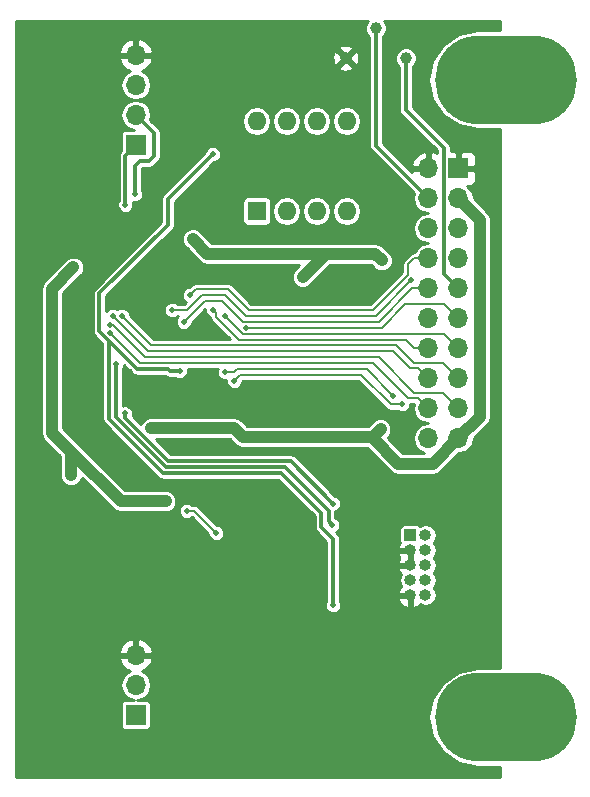
<source format=gbl>
G04 #@! TF.FileFunction,Copper,L2,Bot,Signal*
%FSLAX46Y46*%
G04 Gerber Fmt 4.6, Leading zero omitted, Abs format (unit mm)*
G04 Created by KiCad (PCBNEW 4.0.7) date Saturday, May 19, 2018 'PMt' 08:52:02 PM*
%MOMM*%
%LPD*%
G01*
G04 APERTURE LIST*
%ADD10C,0.100000*%
%ADD11C,1.000000*%
%ADD12O,12.000000X7.500000*%
%ADD13R,1.700000X1.700000*%
%ADD14O,1.700000X1.700000*%
%ADD15C,0.400000*%
%ADD16R,1.000000X1.000000*%
%ADD17O,1.000000X1.000000*%
%ADD18R,1.600000X1.600000*%
%ADD19O,1.600000X1.600000*%
%ADD20C,0.500000*%
%ADD21C,1.000000*%
%ADD22C,0.200000*%
%ADD23C,0.300000*%
%ADD24C,0.254000*%
G04 APERTURE END LIST*
D10*
D11*
X240400000Y-91600000D03*
X237800000Y-58900000D03*
X236200000Y-62800000D03*
X234400000Y-94600000D03*
X228200000Y-83600000D03*
X235600000Y-81000000D03*
X263800000Y-90600000D03*
X256400000Y-90200000D03*
X253600000Y-94400000D03*
X248400000Y-92400000D03*
X233000000Y-85400000D03*
X245000000Y-88600000D03*
X240800000Y-88600000D03*
X241800000Y-77000000D03*
X255200000Y-73800000D03*
X242800000Y-69000000D03*
D12*
X265000000Y-114500000D03*
D13*
X261000000Y-68000000D03*
D14*
X258460000Y-68000000D03*
X261000000Y-70540000D03*
X258460000Y-70540000D03*
X261000000Y-73080000D03*
X258460000Y-73080000D03*
X261000000Y-75620000D03*
X258460000Y-75620000D03*
X261000000Y-78160000D03*
X258460000Y-78160000D03*
X261000000Y-80700000D03*
X258460000Y-80700000D03*
X261000000Y-83240000D03*
X258460000Y-83240000D03*
X261000000Y-85780000D03*
X258460000Y-85780000D03*
X261000000Y-88320000D03*
X258460000Y-88320000D03*
X261000000Y-90860000D03*
X258460000Y-90860000D03*
D13*
X233680000Y-114300000D03*
D14*
X233680000Y-111760000D03*
X233680000Y-109220000D03*
D11*
X254000000Y-56134000D03*
X251460000Y-58674000D03*
X256540000Y-58674000D03*
D15*
X238750000Y-61250000D03*
X238750000Y-62200000D03*
X238750000Y-60300000D03*
D16*
X256930000Y-99060000D03*
D17*
X258200000Y-99060000D03*
X256930000Y-100330000D03*
X258200000Y-100330000D03*
X256930000Y-101600000D03*
X258200000Y-101600000D03*
X256930000Y-102870000D03*
X258200000Y-102870000D03*
X256930000Y-104140000D03*
X258200000Y-104140000D03*
D13*
X233680000Y-66040000D03*
D14*
X233680000Y-63500000D03*
X233680000Y-60960000D03*
X233680000Y-58420000D03*
D18*
X243920000Y-71620000D03*
D19*
X251540000Y-64000000D03*
X246460000Y-71620000D03*
X249000000Y-64000000D03*
X249000000Y-71620000D03*
X246460000Y-64000000D03*
X251540000Y-71620000D03*
X243920000Y-64000000D03*
D12*
X265000000Y-60500000D03*
D11*
X228200000Y-94000000D03*
D20*
X238000000Y-97000000D03*
D11*
X236200000Y-96200000D03*
X228400000Y-76400000D03*
D20*
X240500000Y-98900000D03*
X242000000Y-86000000D03*
X256250000Y-88000000D03*
X241250000Y-85250000D03*
X255500000Y-87250000D03*
X237750000Y-81000000D03*
X243000000Y-81500010D03*
X257000000Y-77500000D03*
X236750000Y-80000000D03*
X241250000Y-80500000D03*
X240250000Y-80000000D03*
X232500000Y-80500000D03*
X231750000Y-80500000D03*
X231500000Y-81250000D03*
X231538916Y-81961084D03*
D11*
X254400000Y-90100000D03*
X254500000Y-75800000D03*
X238500000Y-74000000D03*
X247800000Y-77200000D03*
X235000000Y-90000000D03*
X242750000Y-90750000D03*
D20*
X250400000Y-96400000D03*
X232750000Y-88750000D03*
X250311902Y-98200000D03*
X232000000Y-84600000D03*
X233600000Y-70200000D03*
X232800000Y-71100000D03*
X238250000Y-78750000D03*
X240200000Y-66800000D03*
X250400000Y-105000000D03*
X237400000Y-85200000D03*
D21*
X228200000Y-92000000D02*
X232400000Y-96200000D01*
X226600000Y-90400000D02*
X228200000Y-92000000D01*
X228200000Y-92000000D02*
X228200000Y-94000000D01*
D22*
X238000000Y-97000000D02*
X238600000Y-97000000D01*
X238600000Y-97000000D02*
X240500000Y-98900000D01*
D21*
X232400000Y-96200000D02*
X236200000Y-96200000D01*
X226600000Y-78200000D02*
X226600000Y-90400000D01*
X228400000Y-76400000D02*
X226600000Y-78200000D01*
D23*
X254000000Y-66080000D02*
X258460000Y-70540000D01*
X254000000Y-56134000D02*
X254000000Y-66080000D01*
D22*
X242000000Y-86000000D02*
X242500000Y-85500000D01*
X255250000Y-88000000D02*
X256250000Y-88000000D01*
X242500000Y-85500000D02*
X252750000Y-85500000D01*
X252750000Y-85500000D02*
X255250000Y-88000000D01*
X253250000Y-85000000D02*
X255500000Y-87250000D01*
X242250000Y-85000000D02*
X253250000Y-85000000D01*
X241250000Y-85250000D02*
X242000000Y-85250000D01*
X242000000Y-85250000D02*
X242250000Y-85000000D01*
X237750000Y-81000000D02*
X239500000Y-79250000D01*
X239500000Y-79250000D02*
X241000000Y-79250000D01*
X241000000Y-79250000D02*
X242750000Y-81000000D01*
X242750000Y-81000000D02*
X254250000Y-81000000D01*
X254250000Y-81000000D02*
X257090000Y-78160000D01*
X257090000Y-78160000D02*
X258460000Y-78160000D01*
X243000000Y-81500010D02*
X254499990Y-81500010D01*
X256500000Y-79500000D02*
X254499990Y-81500010D01*
X259800000Y-79500000D02*
X256500000Y-79500000D01*
X261000000Y-80700000D02*
X259800000Y-79500000D01*
X243000000Y-80500000D02*
X254000000Y-80500000D01*
X236750000Y-80000000D02*
X238000000Y-80000000D01*
X238000000Y-80000000D02*
X239250000Y-78750000D01*
X239250000Y-78750000D02*
X241250000Y-78750000D01*
X241250000Y-78750000D02*
X243000000Y-80500000D01*
X254000000Y-80500000D02*
X257000000Y-77500000D01*
X242750011Y-82000011D02*
X259759989Y-82000011D01*
X259759989Y-82000011D02*
X259760000Y-82000000D01*
X241250000Y-80500000D02*
X242750011Y-82000011D01*
X261000000Y-83240000D02*
X259760000Y-82000000D01*
X240250000Y-80000000D02*
X240500000Y-80250000D01*
X240500000Y-80250000D02*
X240500000Y-80603553D01*
X240500000Y-80603553D02*
X242396447Y-82500000D01*
X242396447Y-82500000D02*
X256517919Y-82500000D01*
X257257919Y-83240000D02*
X258460000Y-83240000D01*
X256517919Y-82500000D02*
X257257919Y-83240000D01*
X232500000Y-80500000D02*
X235000000Y-83000000D01*
X235000000Y-83000000D02*
X255750000Y-83000000D01*
X255750000Y-83000000D02*
X257250000Y-84500000D01*
X257250000Y-84500000D02*
X259720000Y-84500000D01*
X259720000Y-84500000D02*
X261000000Y-85780000D01*
X231750000Y-80500000D02*
X234750000Y-83500000D01*
X234750000Y-83500000D02*
X255500000Y-83500000D01*
X255500000Y-83500000D02*
X256930001Y-84930001D01*
X256930001Y-84930001D02*
X257610001Y-84930001D01*
X257610001Y-84930001D02*
X258460000Y-85780000D01*
X231500000Y-81250000D02*
X231750000Y-81250000D01*
X231750000Y-81250000D02*
X234500000Y-84000000D01*
X234500000Y-84000000D02*
X254250000Y-84000000D01*
X254250000Y-84000000D02*
X257250000Y-87000000D01*
X257250000Y-87000000D02*
X259680000Y-87000000D01*
X259680000Y-87000000D02*
X261000000Y-88320000D01*
X257610001Y-87470001D02*
X256720001Y-87470001D01*
X234077832Y-84500000D02*
X231538916Y-81961084D01*
X253750000Y-84500000D02*
X234077832Y-84500000D01*
X256720001Y-87470001D02*
X253750000Y-84500000D01*
X258460000Y-88320000D02*
X257610001Y-87470001D01*
D23*
X259750000Y-66250000D02*
X256540000Y-63040000D01*
X256540000Y-63040000D02*
X256540000Y-58674000D01*
X259750000Y-66250000D02*
X259750000Y-76910000D01*
X259750000Y-76910000D02*
X261000000Y-78160000D01*
D21*
X247800000Y-77200000D02*
X249750000Y-75250000D01*
X249750000Y-75250000D02*
X250000000Y-75250000D01*
X235000000Y-90000000D02*
X242000000Y-90000000D01*
X242000000Y-90000000D02*
X242750000Y-90750000D01*
X262800000Y-72340000D02*
X261000000Y-70540000D01*
X261000000Y-90860000D02*
X262800000Y-89060000D01*
X262800000Y-72340000D02*
X262800000Y-89060000D01*
X253200000Y-90750000D02*
X253650000Y-90750000D01*
X253650000Y-90750000D02*
X255900000Y-93000000D01*
X255900000Y-93000000D02*
X258860000Y-93000000D01*
X258860000Y-93000000D02*
X261000000Y-90860000D01*
X253200000Y-90750000D02*
X253750000Y-90750000D01*
X242750000Y-90750000D02*
X253200000Y-90750000D01*
X253750000Y-90750000D02*
X254400000Y-90100000D01*
X250000000Y-75250000D02*
X253950000Y-75250000D01*
X253950000Y-75250000D02*
X254500000Y-75800000D01*
X250000000Y-75250000D02*
X239750000Y-75250000D01*
X239750000Y-75250000D02*
X238500000Y-74000000D01*
D23*
X246800000Y-92800000D02*
X250400000Y-96400000D01*
X236446447Y-92800000D02*
X246800000Y-92800000D01*
X232750000Y-89103553D02*
X236446447Y-92800000D01*
X232750000Y-88750000D02*
X232750000Y-89103553D01*
X232000000Y-84600000D02*
X232000000Y-89100000D01*
X232000000Y-89100000D02*
X236200000Y-93300000D01*
X236200000Y-93300000D02*
X246300000Y-93300000D01*
X246300000Y-93300000D02*
X250000000Y-97000000D01*
X250000000Y-97000000D02*
X250000000Y-97888098D01*
X250000000Y-97888098D02*
X250311902Y-98200000D01*
X233680000Y-63500000D02*
X235200000Y-65020000D01*
X235200000Y-65020000D02*
X235200000Y-67000000D01*
X235200000Y-67000000D02*
X234800000Y-67400000D01*
X234800000Y-67400000D02*
X234000000Y-67400000D01*
X234000000Y-67400000D02*
X233600000Y-67800000D01*
X233600000Y-67800000D02*
X233600000Y-70200000D01*
X232800000Y-71100000D02*
X232800000Y-66920000D01*
X232800000Y-66920000D02*
X233680000Y-66040000D01*
D22*
X243250000Y-80000000D02*
X253750000Y-80000000D01*
X238250000Y-78750000D02*
X238750000Y-78250000D01*
X238750000Y-78250000D02*
X241500000Y-78250000D01*
X241500000Y-78250000D02*
X243250000Y-80000000D01*
X253750000Y-80000000D02*
X256750000Y-77000000D01*
X256750000Y-77000000D02*
X256750000Y-76127919D01*
X256750000Y-76127919D02*
X257257919Y-75620000D01*
X257257919Y-75620000D02*
X258460000Y-75620000D01*
D23*
X237400000Y-85200000D02*
X236600000Y-85200000D01*
X236600000Y-85200000D02*
X236400000Y-85000000D01*
X236400000Y-85000000D02*
X233800000Y-85000000D01*
X232599999Y-83800000D02*
X231199999Y-82400000D01*
X233800000Y-85000000D02*
X232599999Y-83800000D01*
X231199999Y-82400000D02*
X230599999Y-81800000D01*
X231400000Y-89200000D02*
X231400000Y-82600001D01*
X231400000Y-82600001D02*
X231199999Y-82400000D01*
X230599999Y-81800000D02*
X230599999Y-78600001D01*
X236400000Y-70600000D02*
X240200000Y-66800000D01*
X230599999Y-78600001D02*
X236400000Y-72800000D01*
X236400000Y-72800000D02*
X236400000Y-70600000D01*
X250400000Y-99400000D02*
X250400000Y-105000000D01*
X249400000Y-97200000D02*
X249400000Y-98400000D01*
X249400000Y-98400000D02*
X250400000Y-99400000D01*
X236000000Y-93800000D02*
X246000000Y-93800000D01*
X231400000Y-89200000D02*
X236000000Y-93800000D01*
X246000000Y-93800000D02*
X249400000Y-97200000D01*
D24*
G36*
X253214586Y-55608211D02*
X253073161Y-55948799D01*
X253072839Y-56317583D01*
X253213669Y-56658417D01*
X253423000Y-56868114D01*
X253423000Y-66079995D01*
X253422999Y-66080000D01*
X253466922Y-66300808D01*
X253591999Y-66488001D01*
X257238617Y-70134619D01*
X257157982Y-70540000D01*
X257255188Y-71028687D01*
X257532007Y-71442975D01*
X257946295Y-71719794D01*
X258399791Y-71810000D01*
X257946295Y-71900206D01*
X257532007Y-72177025D01*
X257255188Y-72591313D01*
X257157982Y-73080000D01*
X257255188Y-73568687D01*
X257532007Y-73982975D01*
X257946295Y-74259794D01*
X258399791Y-74350000D01*
X257946295Y-74440206D01*
X257532007Y-74717025D01*
X257280788Y-75093000D01*
X257257919Y-75093000D01*
X257056244Y-75133115D01*
X256885274Y-75247355D01*
X256377355Y-75755274D01*
X256263115Y-75926244D01*
X256263115Y-75926245D01*
X256223000Y-76127919D01*
X256223000Y-76781710D01*
X253531710Y-79473000D01*
X243468290Y-79473000D01*
X241872645Y-77877355D01*
X241701675Y-77763115D01*
X241500000Y-77723000D01*
X238750000Y-77723000D01*
X238548326Y-77763115D01*
X238377355Y-77877355D01*
X238181770Y-78072940D01*
X238115927Y-78072883D01*
X237867011Y-78175733D01*
X237676402Y-78366010D01*
X237573118Y-78614746D01*
X237572883Y-78884073D01*
X237675733Y-79132989D01*
X237866010Y-79323598D01*
X237912011Y-79342699D01*
X237781710Y-79473000D01*
X237180507Y-79473000D01*
X237133990Y-79426402D01*
X236885254Y-79323118D01*
X236615927Y-79322883D01*
X236367011Y-79425733D01*
X236176402Y-79616010D01*
X236073118Y-79864746D01*
X236072883Y-80134073D01*
X236175733Y-80382989D01*
X236366010Y-80573598D01*
X236614746Y-80676882D01*
X236884073Y-80677117D01*
X237132989Y-80574267D01*
X237180338Y-80527000D01*
X237265567Y-80527000D01*
X237176402Y-80616010D01*
X237073118Y-80864746D01*
X237072883Y-81134073D01*
X237175733Y-81382989D01*
X237366010Y-81573598D01*
X237614746Y-81676882D01*
X237884073Y-81677117D01*
X238132989Y-81574267D01*
X238323598Y-81383990D01*
X238426882Y-81135254D01*
X238426940Y-81068350D01*
X239573068Y-79922222D01*
X239572883Y-80134073D01*
X239675733Y-80382989D01*
X239866010Y-80573598D01*
X239976138Y-80619327D01*
X240013115Y-80805228D01*
X240127355Y-80976198D01*
X241624157Y-82473000D01*
X235218290Y-82473000D01*
X233177060Y-80431770D01*
X233177117Y-80365927D01*
X233074267Y-80117011D01*
X232883990Y-79926402D01*
X232635254Y-79823118D01*
X232365927Y-79822883D01*
X232124714Y-79922550D01*
X231885254Y-79823118D01*
X231615927Y-79822883D01*
X231367011Y-79925733D01*
X231176999Y-80115414D01*
X231176999Y-78839003D01*
X235832419Y-74183583D01*
X237572839Y-74183583D01*
X237713669Y-74524417D01*
X237974211Y-74785414D01*
X237974599Y-74785575D01*
X239094512Y-75905488D01*
X239395252Y-76106436D01*
X239750000Y-76177000D01*
X247512024Y-76177000D01*
X247144798Y-76544226D01*
X247014586Y-76674211D01*
X246873161Y-77014799D01*
X246872839Y-77383583D01*
X247013669Y-77724417D01*
X247274211Y-77985414D01*
X247614799Y-78126839D01*
X247983583Y-78127161D01*
X248324417Y-77986331D01*
X248585414Y-77725789D01*
X248585575Y-77725401D01*
X250133976Y-76177000D01*
X253566024Y-76177000D01*
X253844226Y-76455202D01*
X253974211Y-76585414D01*
X254314799Y-76726839D01*
X254683583Y-76727161D01*
X255024417Y-76586331D01*
X255285414Y-76325789D01*
X255426839Y-75985201D01*
X255427161Y-75616417D01*
X255286331Y-75275583D01*
X255025789Y-75014586D01*
X255025401Y-75014425D01*
X254605488Y-74594512D01*
X254304748Y-74393564D01*
X253950000Y-74323000D01*
X240133976Y-74323000D01*
X239155488Y-73344512D01*
X239025789Y-73214586D01*
X238685201Y-73073161D01*
X238316417Y-73072839D01*
X237975583Y-73213669D01*
X237714586Y-73474211D01*
X237573161Y-73814799D01*
X237572839Y-74183583D01*
X235832419Y-74183583D01*
X236808001Y-73208001D01*
X236933078Y-73020808D01*
X236977000Y-72800000D01*
X236977000Y-70839002D01*
X236996001Y-70820000D01*
X242684635Y-70820000D01*
X242684635Y-72420000D01*
X242714409Y-72578237D01*
X242807927Y-72723567D01*
X242950619Y-72821064D01*
X243120000Y-72855365D01*
X244720000Y-72855365D01*
X244878237Y-72825591D01*
X245023567Y-72732073D01*
X245121064Y-72589381D01*
X245155365Y-72420000D01*
X245155365Y-71595962D01*
X245233000Y-71595962D01*
X245233000Y-71644038D01*
X245326400Y-72113591D01*
X245592380Y-72511658D01*
X245990447Y-72777638D01*
X246460000Y-72871038D01*
X246929553Y-72777638D01*
X247327620Y-72511658D01*
X247593600Y-72113591D01*
X247687000Y-71644038D01*
X247687000Y-71595962D01*
X247773000Y-71595962D01*
X247773000Y-71644038D01*
X247866400Y-72113591D01*
X248132380Y-72511658D01*
X248530447Y-72777638D01*
X249000000Y-72871038D01*
X249469553Y-72777638D01*
X249867620Y-72511658D01*
X250133600Y-72113591D01*
X250227000Y-71644038D01*
X250227000Y-71595962D01*
X250313000Y-71595962D01*
X250313000Y-71644038D01*
X250406400Y-72113591D01*
X250672380Y-72511658D01*
X251070447Y-72777638D01*
X251540000Y-72871038D01*
X252009553Y-72777638D01*
X252407620Y-72511658D01*
X252673600Y-72113591D01*
X252767000Y-71644038D01*
X252767000Y-71595962D01*
X252673600Y-71126409D01*
X252407620Y-70728342D01*
X252009553Y-70462362D01*
X251540000Y-70368962D01*
X251070447Y-70462362D01*
X250672380Y-70728342D01*
X250406400Y-71126409D01*
X250313000Y-71595962D01*
X250227000Y-71595962D01*
X250133600Y-71126409D01*
X249867620Y-70728342D01*
X249469553Y-70462362D01*
X249000000Y-70368962D01*
X248530447Y-70462362D01*
X248132380Y-70728342D01*
X247866400Y-71126409D01*
X247773000Y-71595962D01*
X247687000Y-71595962D01*
X247593600Y-71126409D01*
X247327620Y-70728342D01*
X246929553Y-70462362D01*
X246460000Y-70368962D01*
X245990447Y-70462362D01*
X245592380Y-70728342D01*
X245326400Y-71126409D01*
X245233000Y-71595962D01*
X245155365Y-71595962D01*
X245155365Y-70820000D01*
X245125591Y-70661763D01*
X245032073Y-70516433D01*
X244889381Y-70418936D01*
X244720000Y-70384635D01*
X243120000Y-70384635D01*
X242961763Y-70414409D01*
X242816433Y-70507927D01*
X242718936Y-70650619D01*
X242684635Y-70820000D01*
X236996001Y-70820000D01*
X240342272Y-67473729D01*
X240582989Y-67374267D01*
X240773598Y-67183990D01*
X240876882Y-66935254D01*
X240877117Y-66665927D01*
X240774267Y-66417011D01*
X240583990Y-66226402D01*
X240335254Y-66123118D01*
X240065927Y-66122883D01*
X239817011Y-66225733D01*
X239626402Y-66416010D01*
X239525863Y-66658136D01*
X235991999Y-70191999D01*
X235866922Y-70379192D01*
X235822999Y-70600000D01*
X235823000Y-70600005D01*
X235823000Y-72560998D01*
X230191998Y-78192000D01*
X230066921Y-78379193D01*
X230022998Y-78600001D01*
X230022999Y-78600006D01*
X230022999Y-81799995D01*
X230022998Y-81800000D01*
X230066921Y-82020808D01*
X230191998Y-82208001D01*
X230823000Y-82839003D01*
X230823000Y-89199995D01*
X230822999Y-89200000D01*
X230866922Y-89420808D01*
X230991999Y-89608001D01*
X235591997Y-94207998D01*
X235591999Y-94208001D01*
X235704213Y-94282979D01*
X235779191Y-94333078D01*
X236000000Y-94377000D01*
X245760998Y-94377000D01*
X248823000Y-97439002D01*
X248823000Y-98399995D01*
X248822999Y-98400000D01*
X248866922Y-98620808D01*
X248991999Y-98808001D01*
X249823000Y-99639001D01*
X249823000Y-104624203D01*
X249723118Y-104864746D01*
X249722883Y-105134073D01*
X249825733Y-105382989D01*
X250016010Y-105573598D01*
X250264746Y-105676882D01*
X250534073Y-105677117D01*
X250782989Y-105574267D01*
X250973598Y-105383990D01*
X251076882Y-105135254D01*
X251077117Y-104865927D01*
X250977000Y-104623625D01*
X250977000Y-104441874D01*
X255835881Y-104441874D01*
X255942873Y-104700209D01*
X256232396Y-105035323D01*
X256628123Y-105234132D01*
X256803000Y-105109135D01*
X256803000Y-104267000D01*
X255962046Y-104267000D01*
X255835881Y-104441874D01*
X250977000Y-104441874D01*
X250977000Y-100631874D01*
X255835881Y-100631874D01*
X255942873Y-100890209D01*
X256007489Y-100965000D01*
X255942873Y-101039791D01*
X255835881Y-101298126D01*
X255962046Y-101473000D01*
X256803000Y-101473000D01*
X256803000Y-100457000D01*
X255962046Y-100457000D01*
X255835881Y-100631874D01*
X250977000Y-100631874D01*
X250977000Y-100028126D01*
X255835881Y-100028126D01*
X255962046Y-100203000D01*
X256803000Y-100203000D01*
X256803000Y-100183000D01*
X257057000Y-100183000D01*
X257057000Y-100203000D01*
X257077000Y-100203000D01*
X257077000Y-100457000D01*
X257057000Y-100457000D01*
X257057000Y-101473000D01*
X257077000Y-101473000D01*
X257077000Y-101727000D01*
X257057000Y-101727000D01*
X257057000Y-101747000D01*
X256803000Y-101747000D01*
X256803000Y-101727000D01*
X255962046Y-101727000D01*
X255835881Y-101901874D01*
X255942873Y-102160209D01*
X256140100Y-102388494D01*
X256055403Y-102515252D01*
X255984839Y-102870000D01*
X256055403Y-103224748D01*
X256140100Y-103351506D01*
X255942873Y-103579791D01*
X255835881Y-103838126D01*
X255962046Y-104013000D01*
X256803000Y-104013000D01*
X256803000Y-103993000D01*
X257057000Y-103993000D01*
X257057000Y-104013000D01*
X257077000Y-104013000D01*
X257077000Y-104267000D01*
X257057000Y-104267000D01*
X257057000Y-105109135D01*
X257231877Y-105234132D01*
X257627604Y-105035323D01*
X257721916Y-104926160D01*
X257827091Y-104996436D01*
X258181839Y-105067000D01*
X258218161Y-105067000D01*
X258572909Y-104996436D01*
X258873649Y-104795488D01*
X259074597Y-104494748D01*
X259145161Y-104140000D01*
X259074597Y-103785252D01*
X258887339Y-103505000D01*
X259074597Y-103224748D01*
X259145161Y-102870000D01*
X259074597Y-102515252D01*
X258887339Y-102235000D01*
X259074597Y-101954748D01*
X259145161Y-101600000D01*
X259074597Y-101245252D01*
X258887339Y-100965000D01*
X259074597Y-100684748D01*
X259145161Y-100330000D01*
X259074597Y-99975252D01*
X258887339Y-99695000D01*
X259074597Y-99414748D01*
X259145161Y-99060000D01*
X259074597Y-98705252D01*
X258873649Y-98404512D01*
X258572909Y-98203564D01*
X258218161Y-98133000D01*
X258181839Y-98133000D01*
X257827091Y-98203564D01*
X257743845Y-98259187D01*
X257742073Y-98256433D01*
X257599381Y-98158936D01*
X257430000Y-98124635D01*
X256430000Y-98124635D01*
X256271763Y-98154409D01*
X256126433Y-98247927D01*
X256028936Y-98390619D01*
X255994635Y-98560000D01*
X255994635Y-99560000D01*
X256017793Y-99683074D01*
X255942873Y-99769791D01*
X255835881Y-100028126D01*
X250977000Y-100028126D01*
X250977000Y-99400005D01*
X250977001Y-99400000D01*
X250933078Y-99179192D01*
X250853437Y-99060000D01*
X250808001Y-98991999D01*
X250807998Y-98991997D01*
X250620858Y-98804857D01*
X250694891Y-98774267D01*
X250885500Y-98583990D01*
X250988784Y-98335254D01*
X250989019Y-98065927D01*
X250886169Y-97817011D01*
X250695892Y-97626402D01*
X250577000Y-97577034D01*
X250577000Y-97059380D01*
X250782989Y-96974267D01*
X250973598Y-96783990D01*
X251076882Y-96535254D01*
X251077117Y-96265927D01*
X250974267Y-96017011D01*
X250783990Y-95826402D01*
X250541864Y-95725863D01*
X247208001Y-92391999D01*
X247020808Y-92266922D01*
X246800000Y-92222999D01*
X246799995Y-92223000D01*
X236685448Y-92223000D01*
X235389448Y-90927000D01*
X241616024Y-90927000D01*
X242094226Y-91405202D01*
X242224211Y-91535414D01*
X242564799Y-91676839D01*
X242933583Y-91677161D01*
X242933973Y-91677000D01*
X253266024Y-91677000D01*
X255244512Y-93655488D01*
X255545253Y-93856437D01*
X255900000Y-93927000D01*
X258860000Y-93927000D01*
X259214748Y-93856436D01*
X259515488Y-93655488D01*
X261036200Y-92134776D01*
X261513705Y-92039794D01*
X261927993Y-91762975D01*
X262204812Y-91348687D01*
X262299794Y-90871182D01*
X263455488Y-89715488D01*
X263481205Y-89677000D01*
X263656436Y-89414748D01*
X263727000Y-89060000D01*
X263727000Y-72340000D01*
X263656436Y-71985252D01*
X263455488Y-71684512D01*
X262299794Y-70528818D01*
X262204812Y-70051313D01*
X261927993Y-69637025D01*
X261700472Y-69485000D01*
X261976309Y-69485000D01*
X262209698Y-69388327D01*
X262388327Y-69209699D01*
X262485000Y-68976310D01*
X262485000Y-68285750D01*
X262326250Y-68127000D01*
X261127000Y-68127000D01*
X261127000Y-68147000D01*
X260873000Y-68147000D01*
X260873000Y-68127000D01*
X260853000Y-68127000D01*
X260853000Y-67873000D01*
X260873000Y-67873000D01*
X260873000Y-66673750D01*
X261127000Y-66673750D01*
X261127000Y-67873000D01*
X262326250Y-67873000D01*
X262485000Y-67714250D01*
X262485000Y-67023690D01*
X262388327Y-66790301D01*
X262209698Y-66611673D01*
X261976309Y-66515000D01*
X261285750Y-66515000D01*
X261127000Y-66673750D01*
X260873000Y-66673750D01*
X260714250Y-66515000D01*
X260327000Y-66515000D01*
X260327000Y-66250005D01*
X260327001Y-66250000D01*
X260283078Y-66029192D01*
X260158001Y-65841999D01*
X260157998Y-65841997D01*
X257117000Y-62800998D01*
X257117000Y-59407840D01*
X257325414Y-59199789D01*
X257466839Y-58859201D01*
X257467161Y-58490417D01*
X257326331Y-58149583D01*
X257065789Y-57888586D01*
X256725201Y-57747161D01*
X256356417Y-57746839D01*
X256015583Y-57887669D01*
X255754586Y-58148211D01*
X255613161Y-58488799D01*
X255612839Y-58857583D01*
X255753669Y-59198417D01*
X255963000Y-59408114D01*
X255963000Y-63039995D01*
X255962999Y-63040000D01*
X256006922Y-63260808D01*
X256131999Y-63448001D01*
X259173000Y-66489001D01*
X259173000Y-66725752D01*
X258816892Y-66558514D01*
X258587000Y-66679181D01*
X258587000Y-67873000D01*
X258607000Y-67873000D01*
X258607000Y-68127000D01*
X258587000Y-68127000D01*
X258587000Y-68147000D01*
X258333000Y-68147000D01*
X258333000Y-68127000D01*
X257139845Y-68127000D01*
X257044213Y-68308212D01*
X256379112Y-67643110D01*
X257018524Y-67643110D01*
X257139845Y-67873000D01*
X258333000Y-67873000D01*
X258333000Y-66679181D01*
X258103108Y-66558514D01*
X257578642Y-66804817D01*
X257188355Y-67233076D01*
X257018524Y-67643110D01*
X256379112Y-67643110D01*
X254577000Y-65840998D01*
X254577000Y-56867840D01*
X254785414Y-56659789D01*
X254926839Y-56319201D01*
X254927161Y-55950417D01*
X254786331Y-55609583D01*
X254678936Y-55502000D01*
X264498000Y-55502000D01*
X264498000Y-56323000D01*
X262624088Y-56323000D01*
X261025619Y-56640955D01*
X259670503Y-57546415D01*
X258765043Y-58901531D01*
X258447088Y-60500000D01*
X258765043Y-62098469D01*
X259670503Y-63453585D01*
X261025619Y-64359045D01*
X262624088Y-64677000D01*
X264498000Y-64677000D01*
X264498000Y-110323000D01*
X262624088Y-110323000D01*
X261025619Y-110640955D01*
X259670503Y-111546415D01*
X258765043Y-112901531D01*
X258447088Y-114500000D01*
X258765043Y-116098469D01*
X259670503Y-117453585D01*
X261025619Y-118359045D01*
X262624088Y-118677000D01*
X264498000Y-118677000D01*
X264498000Y-119498000D01*
X223502000Y-119498000D01*
X223502000Y-109576890D01*
X232238524Y-109576890D01*
X232408355Y-109986924D01*
X232798642Y-110415183D01*
X233159583Y-110584691D01*
X232752007Y-110857025D01*
X232475188Y-111271313D01*
X232377982Y-111760000D01*
X232475188Y-112248687D01*
X232752007Y-112662975D01*
X233166295Y-112939794D01*
X233542546Y-113014635D01*
X232830000Y-113014635D01*
X232671763Y-113044409D01*
X232526433Y-113137927D01*
X232428936Y-113280619D01*
X232394635Y-113450000D01*
X232394635Y-115150000D01*
X232424409Y-115308237D01*
X232517927Y-115453567D01*
X232660619Y-115551064D01*
X232830000Y-115585365D01*
X234530000Y-115585365D01*
X234688237Y-115555591D01*
X234833567Y-115462073D01*
X234931064Y-115319381D01*
X234965365Y-115150000D01*
X234965365Y-113450000D01*
X234935591Y-113291763D01*
X234842073Y-113146433D01*
X234699381Y-113048936D01*
X234530000Y-113014635D01*
X233817454Y-113014635D01*
X234193705Y-112939794D01*
X234607993Y-112662975D01*
X234884812Y-112248687D01*
X234982018Y-111760000D01*
X234884812Y-111271313D01*
X234607993Y-110857025D01*
X234200417Y-110584691D01*
X234561358Y-110415183D01*
X234951645Y-109986924D01*
X235121476Y-109576890D01*
X235000155Y-109347000D01*
X233807000Y-109347000D01*
X233807000Y-109367000D01*
X233553000Y-109367000D01*
X233553000Y-109347000D01*
X232359845Y-109347000D01*
X232238524Y-109576890D01*
X223502000Y-109576890D01*
X223502000Y-108863110D01*
X232238524Y-108863110D01*
X232359845Y-109093000D01*
X233553000Y-109093000D01*
X233553000Y-107899181D01*
X233807000Y-107899181D01*
X233807000Y-109093000D01*
X235000155Y-109093000D01*
X235121476Y-108863110D01*
X234951645Y-108453076D01*
X234561358Y-108024817D01*
X234036892Y-107778514D01*
X233807000Y-107899181D01*
X233553000Y-107899181D01*
X233323108Y-107778514D01*
X232798642Y-108024817D01*
X232408355Y-108453076D01*
X232238524Y-108863110D01*
X223502000Y-108863110D01*
X223502000Y-97134073D01*
X237322883Y-97134073D01*
X237425733Y-97382989D01*
X237616010Y-97573598D01*
X237864746Y-97676882D01*
X238134073Y-97677117D01*
X238382989Y-97574267D01*
X238406003Y-97551293D01*
X239822940Y-98968230D01*
X239822883Y-99034073D01*
X239925733Y-99282989D01*
X240116010Y-99473598D01*
X240364746Y-99576882D01*
X240634073Y-99577117D01*
X240882989Y-99474267D01*
X241073598Y-99283990D01*
X241176882Y-99035254D01*
X241177117Y-98765927D01*
X241074267Y-98517011D01*
X240883990Y-98326402D01*
X240635254Y-98223118D01*
X240568350Y-98223060D01*
X238972645Y-96627355D01*
X238801675Y-96513115D01*
X238600000Y-96473000D01*
X238430507Y-96473000D01*
X238383990Y-96426402D01*
X238135254Y-96323118D01*
X237865927Y-96322883D01*
X237617011Y-96425733D01*
X237426402Y-96616010D01*
X237323118Y-96864746D01*
X237322883Y-97134073D01*
X223502000Y-97134073D01*
X223502000Y-78200000D01*
X225673000Y-78200000D01*
X225673000Y-90400000D01*
X225743564Y-90754748D01*
X225831485Y-90886331D01*
X225944512Y-91055488D01*
X227273000Y-92383976D01*
X227273000Y-93999191D01*
X227272839Y-94183583D01*
X227413669Y-94524417D01*
X227674211Y-94785414D01*
X228014799Y-94926839D01*
X228383583Y-94927161D01*
X228724417Y-94786331D01*
X228985414Y-94525789D01*
X229111402Y-94222378D01*
X231744512Y-96855488D01*
X232045252Y-97056436D01*
X232400000Y-97127000D01*
X236199191Y-97127000D01*
X236383583Y-97127161D01*
X236724417Y-96986331D01*
X236985414Y-96725789D01*
X237126839Y-96385201D01*
X237127161Y-96016417D01*
X236986331Y-95675583D01*
X236725789Y-95414586D01*
X236385201Y-95273161D01*
X236016417Y-95272839D01*
X236016027Y-95273000D01*
X232783976Y-95273000D01*
X227527000Y-90016024D01*
X227527000Y-78583976D01*
X229055488Y-77055488D01*
X229185414Y-76925789D01*
X229326839Y-76585201D01*
X229327161Y-76216417D01*
X229186331Y-75875583D01*
X228925789Y-75614586D01*
X228585201Y-75473161D01*
X228216417Y-75472839D01*
X227875583Y-75613669D01*
X227614586Y-75874211D01*
X227614425Y-75874599D01*
X225944512Y-77544512D01*
X225743564Y-77845252D01*
X225673000Y-78200000D01*
X223502000Y-78200000D01*
X223502000Y-71234073D01*
X232122883Y-71234073D01*
X232225733Y-71482989D01*
X232416010Y-71673598D01*
X232664746Y-71776882D01*
X232934073Y-71777117D01*
X233182989Y-71674267D01*
X233373598Y-71483990D01*
X233476882Y-71235254D01*
X233477117Y-70965927D01*
X233435267Y-70864641D01*
X233464746Y-70876882D01*
X233734073Y-70877117D01*
X233982989Y-70774267D01*
X234173598Y-70583990D01*
X234276882Y-70335254D01*
X234277117Y-70065927D01*
X234177000Y-69823625D01*
X234177000Y-68039002D01*
X234239001Y-67977000D01*
X234799995Y-67977000D01*
X234800000Y-67977001D01*
X235020808Y-67933078D01*
X235208001Y-67808001D01*
X235607998Y-67408003D01*
X235608001Y-67408001D01*
X235724881Y-67233076D01*
X235733078Y-67220809D01*
X235777000Y-67000000D01*
X235777000Y-65020005D01*
X235777001Y-65020000D01*
X235733078Y-64799192D01*
X235703306Y-64754635D01*
X235608001Y-64611999D01*
X235607998Y-64611997D01*
X234971964Y-63975962D01*
X242693000Y-63975962D01*
X242693000Y-64024038D01*
X242786400Y-64493591D01*
X243052380Y-64891658D01*
X243450447Y-65157638D01*
X243920000Y-65251038D01*
X244389553Y-65157638D01*
X244787620Y-64891658D01*
X245053600Y-64493591D01*
X245147000Y-64024038D01*
X245147000Y-63975962D01*
X245233000Y-63975962D01*
X245233000Y-64024038D01*
X245326400Y-64493591D01*
X245592380Y-64891658D01*
X245990447Y-65157638D01*
X246460000Y-65251038D01*
X246929553Y-65157638D01*
X247327620Y-64891658D01*
X247593600Y-64493591D01*
X247687000Y-64024038D01*
X247687000Y-63975962D01*
X247773000Y-63975962D01*
X247773000Y-64024038D01*
X247866400Y-64493591D01*
X248132380Y-64891658D01*
X248530447Y-65157638D01*
X249000000Y-65251038D01*
X249469553Y-65157638D01*
X249867620Y-64891658D01*
X250133600Y-64493591D01*
X250227000Y-64024038D01*
X250227000Y-63975962D01*
X250313000Y-63975962D01*
X250313000Y-64024038D01*
X250406400Y-64493591D01*
X250672380Y-64891658D01*
X251070447Y-65157638D01*
X251540000Y-65251038D01*
X252009553Y-65157638D01*
X252407620Y-64891658D01*
X252673600Y-64493591D01*
X252767000Y-64024038D01*
X252767000Y-63975962D01*
X252673600Y-63506409D01*
X252407620Y-63108342D01*
X252009553Y-62842362D01*
X251540000Y-62748962D01*
X251070447Y-62842362D01*
X250672380Y-63108342D01*
X250406400Y-63506409D01*
X250313000Y-63975962D01*
X250227000Y-63975962D01*
X250133600Y-63506409D01*
X249867620Y-63108342D01*
X249469553Y-62842362D01*
X249000000Y-62748962D01*
X248530447Y-62842362D01*
X248132380Y-63108342D01*
X247866400Y-63506409D01*
X247773000Y-63975962D01*
X247687000Y-63975962D01*
X247593600Y-63506409D01*
X247327620Y-63108342D01*
X246929553Y-62842362D01*
X246460000Y-62748962D01*
X245990447Y-62842362D01*
X245592380Y-63108342D01*
X245326400Y-63506409D01*
X245233000Y-63975962D01*
X245147000Y-63975962D01*
X245053600Y-63506409D01*
X244787620Y-63108342D01*
X244389553Y-62842362D01*
X243920000Y-62748962D01*
X243450447Y-62842362D01*
X243052380Y-63108342D01*
X242786400Y-63506409D01*
X242693000Y-63975962D01*
X234971964Y-63975962D01*
X234901383Y-63905381D01*
X234982018Y-63500000D01*
X234884812Y-63011313D01*
X234607993Y-62597025D01*
X234193705Y-62320206D01*
X233740209Y-62230000D01*
X234193705Y-62139794D01*
X234607993Y-61862975D01*
X234884812Y-61448687D01*
X234982018Y-60960000D01*
X234884812Y-60471313D01*
X234607993Y-60057025D01*
X234200417Y-59784691D01*
X234561358Y-59615183D01*
X234699041Y-59464104D01*
X250849501Y-59464104D01*
X250886648Y-59679217D01*
X251314972Y-59822112D01*
X251765375Y-59790217D01*
X252033352Y-59679217D01*
X252070499Y-59464104D01*
X251460000Y-58853605D01*
X250849501Y-59464104D01*
X234699041Y-59464104D01*
X234951645Y-59186924D01*
X235121476Y-58776890D01*
X235000155Y-58547000D01*
X233807000Y-58547000D01*
X233807000Y-58567000D01*
X233553000Y-58567000D01*
X233553000Y-58547000D01*
X232359845Y-58547000D01*
X232238524Y-58776890D01*
X232408355Y-59186924D01*
X232798642Y-59615183D01*
X233159583Y-59784691D01*
X232752007Y-60057025D01*
X232475188Y-60471313D01*
X232377982Y-60960000D01*
X232475188Y-61448687D01*
X232752007Y-61862975D01*
X233166295Y-62139794D01*
X233619791Y-62230000D01*
X233166295Y-62320206D01*
X232752007Y-62597025D01*
X232475188Y-63011313D01*
X232377982Y-63500000D01*
X232475188Y-63988687D01*
X232752007Y-64402975D01*
X233166295Y-64679794D01*
X233542546Y-64754635D01*
X232830000Y-64754635D01*
X232671763Y-64784409D01*
X232526433Y-64877927D01*
X232428936Y-65020619D01*
X232394635Y-65190000D01*
X232394635Y-66509363D01*
X232391999Y-66511999D01*
X232266922Y-66699192D01*
X232222999Y-66920000D01*
X232223000Y-66920005D01*
X232223000Y-70724203D01*
X232123118Y-70964746D01*
X232122883Y-71234073D01*
X223502000Y-71234073D01*
X223502000Y-58528972D01*
X250311888Y-58528972D01*
X250343783Y-58979375D01*
X250454783Y-59247352D01*
X250669896Y-59284499D01*
X251280395Y-58674000D01*
X251639605Y-58674000D01*
X252250104Y-59284499D01*
X252465217Y-59247352D01*
X252608112Y-58819028D01*
X252576217Y-58368625D01*
X252465217Y-58100648D01*
X252250104Y-58063501D01*
X251639605Y-58674000D01*
X251280395Y-58674000D01*
X250669896Y-58063501D01*
X250454783Y-58100648D01*
X250311888Y-58528972D01*
X223502000Y-58528972D01*
X223502000Y-58063110D01*
X232238524Y-58063110D01*
X232359845Y-58293000D01*
X233553000Y-58293000D01*
X233553000Y-57099181D01*
X233807000Y-57099181D01*
X233807000Y-58293000D01*
X235000155Y-58293000D01*
X235121476Y-58063110D01*
X235047248Y-57883896D01*
X250849501Y-57883896D01*
X251460000Y-58494395D01*
X252070499Y-57883896D01*
X252033352Y-57668783D01*
X251605028Y-57525888D01*
X251154625Y-57557783D01*
X250886648Y-57668783D01*
X250849501Y-57883896D01*
X235047248Y-57883896D01*
X234951645Y-57653076D01*
X234561358Y-57224817D01*
X234036892Y-56978514D01*
X233807000Y-57099181D01*
X233553000Y-57099181D01*
X233323108Y-56978514D01*
X232798642Y-57224817D01*
X232408355Y-57653076D01*
X232238524Y-58063110D01*
X223502000Y-58063110D01*
X223502000Y-55502000D01*
X253320982Y-55502000D01*
X253214586Y-55608211D01*
X253214586Y-55608211D01*
G37*
X253214586Y-55608211D02*
X253073161Y-55948799D01*
X253072839Y-56317583D01*
X253213669Y-56658417D01*
X253423000Y-56868114D01*
X253423000Y-66079995D01*
X253422999Y-66080000D01*
X253466922Y-66300808D01*
X253591999Y-66488001D01*
X257238617Y-70134619D01*
X257157982Y-70540000D01*
X257255188Y-71028687D01*
X257532007Y-71442975D01*
X257946295Y-71719794D01*
X258399791Y-71810000D01*
X257946295Y-71900206D01*
X257532007Y-72177025D01*
X257255188Y-72591313D01*
X257157982Y-73080000D01*
X257255188Y-73568687D01*
X257532007Y-73982975D01*
X257946295Y-74259794D01*
X258399791Y-74350000D01*
X257946295Y-74440206D01*
X257532007Y-74717025D01*
X257280788Y-75093000D01*
X257257919Y-75093000D01*
X257056244Y-75133115D01*
X256885274Y-75247355D01*
X256377355Y-75755274D01*
X256263115Y-75926244D01*
X256263115Y-75926245D01*
X256223000Y-76127919D01*
X256223000Y-76781710D01*
X253531710Y-79473000D01*
X243468290Y-79473000D01*
X241872645Y-77877355D01*
X241701675Y-77763115D01*
X241500000Y-77723000D01*
X238750000Y-77723000D01*
X238548326Y-77763115D01*
X238377355Y-77877355D01*
X238181770Y-78072940D01*
X238115927Y-78072883D01*
X237867011Y-78175733D01*
X237676402Y-78366010D01*
X237573118Y-78614746D01*
X237572883Y-78884073D01*
X237675733Y-79132989D01*
X237866010Y-79323598D01*
X237912011Y-79342699D01*
X237781710Y-79473000D01*
X237180507Y-79473000D01*
X237133990Y-79426402D01*
X236885254Y-79323118D01*
X236615927Y-79322883D01*
X236367011Y-79425733D01*
X236176402Y-79616010D01*
X236073118Y-79864746D01*
X236072883Y-80134073D01*
X236175733Y-80382989D01*
X236366010Y-80573598D01*
X236614746Y-80676882D01*
X236884073Y-80677117D01*
X237132989Y-80574267D01*
X237180338Y-80527000D01*
X237265567Y-80527000D01*
X237176402Y-80616010D01*
X237073118Y-80864746D01*
X237072883Y-81134073D01*
X237175733Y-81382989D01*
X237366010Y-81573598D01*
X237614746Y-81676882D01*
X237884073Y-81677117D01*
X238132989Y-81574267D01*
X238323598Y-81383990D01*
X238426882Y-81135254D01*
X238426940Y-81068350D01*
X239573068Y-79922222D01*
X239572883Y-80134073D01*
X239675733Y-80382989D01*
X239866010Y-80573598D01*
X239976138Y-80619327D01*
X240013115Y-80805228D01*
X240127355Y-80976198D01*
X241624157Y-82473000D01*
X235218290Y-82473000D01*
X233177060Y-80431770D01*
X233177117Y-80365927D01*
X233074267Y-80117011D01*
X232883990Y-79926402D01*
X232635254Y-79823118D01*
X232365927Y-79822883D01*
X232124714Y-79922550D01*
X231885254Y-79823118D01*
X231615927Y-79822883D01*
X231367011Y-79925733D01*
X231176999Y-80115414D01*
X231176999Y-78839003D01*
X235832419Y-74183583D01*
X237572839Y-74183583D01*
X237713669Y-74524417D01*
X237974211Y-74785414D01*
X237974599Y-74785575D01*
X239094512Y-75905488D01*
X239395252Y-76106436D01*
X239750000Y-76177000D01*
X247512024Y-76177000D01*
X247144798Y-76544226D01*
X247014586Y-76674211D01*
X246873161Y-77014799D01*
X246872839Y-77383583D01*
X247013669Y-77724417D01*
X247274211Y-77985414D01*
X247614799Y-78126839D01*
X247983583Y-78127161D01*
X248324417Y-77986331D01*
X248585414Y-77725789D01*
X248585575Y-77725401D01*
X250133976Y-76177000D01*
X253566024Y-76177000D01*
X253844226Y-76455202D01*
X253974211Y-76585414D01*
X254314799Y-76726839D01*
X254683583Y-76727161D01*
X255024417Y-76586331D01*
X255285414Y-76325789D01*
X255426839Y-75985201D01*
X255427161Y-75616417D01*
X255286331Y-75275583D01*
X255025789Y-75014586D01*
X255025401Y-75014425D01*
X254605488Y-74594512D01*
X254304748Y-74393564D01*
X253950000Y-74323000D01*
X240133976Y-74323000D01*
X239155488Y-73344512D01*
X239025789Y-73214586D01*
X238685201Y-73073161D01*
X238316417Y-73072839D01*
X237975583Y-73213669D01*
X237714586Y-73474211D01*
X237573161Y-73814799D01*
X237572839Y-74183583D01*
X235832419Y-74183583D01*
X236808001Y-73208001D01*
X236933078Y-73020808D01*
X236977000Y-72800000D01*
X236977000Y-70839002D01*
X236996001Y-70820000D01*
X242684635Y-70820000D01*
X242684635Y-72420000D01*
X242714409Y-72578237D01*
X242807927Y-72723567D01*
X242950619Y-72821064D01*
X243120000Y-72855365D01*
X244720000Y-72855365D01*
X244878237Y-72825591D01*
X245023567Y-72732073D01*
X245121064Y-72589381D01*
X245155365Y-72420000D01*
X245155365Y-71595962D01*
X245233000Y-71595962D01*
X245233000Y-71644038D01*
X245326400Y-72113591D01*
X245592380Y-72511658D01*
X245990447Y-72777638D01*
X246460000Y-72871038D01*
X246929553Y-72777638D01*
X247327620Y-72511658D01*
X247593600Y-72113591D01*
X247687000Y-71644038D01*
X247687000Y-71595962D01*
X247773000Y-71595962D01*
X247773000Y-71644038D01*
X247866400Y-72113591D01*
X248132380Y-72511658D01*
X248530447Y-72777638D01*
X249000000Y-72871038D01*
X249469553Y-72777638D01*
X249867620Y-72511658D01*
X250133600Y-72113591D01*
X250227000Y-71644038D01*
X250227000Y-71595962D01*
X250313000Y-71595962D01*
X250313000Y-71644038D01*
X250406400Y-72113591D01*
X250672380Y-72511658D01*
X251070447Y-72777638D01*
X251540000Y-72871038D01*
X252009553Y-72777638D01*
X252407620Y-72511658D01*
X252673600Y-72113591D01*
X252767000Y-71644038D01*
X252767000Y-71595962D01*
X252673600Y-71126409D01*
X252407620Y-70728342D01*
X252009553Y-70462362D01*
X251540000Y-70368962D01*
X251070447Y-70462362D01*
X250672380Y-70728342D01*
X250406400Y-71126409D01*
X250313000Y-71595962D01*
X250227000Y-71595962D01*
X250133600Y-71126409D01*
X249867620Y-70728342D01*
X249469553Y-70462362D01*
X249000000Y-70368962D01*
X248530447Y-70462362D01*
X248132380Y-70728342D01*
X247866400Y-71126409D01*
X247773000Y-71595962D01*
X247687000Y-71595962D01*
X247593600Y-71126409D01*
X247327620Y-70728342D01*
X246929553Y-70462362D01*
X246460000Y-70368962D01*
X245990447Y-70462362D01*
X245592380Y-70728342D01*
X245326400Y-71126409D01*
X245233000Y-71595962D01*
X245155365Y-71595962D01*
X245155365Y-70820000D01*
X245125591Y-70661763D01*
X245032073Y-70516433D01*
X244889381Y-70418936D01*
X244720000Y-70384635D01*
X243120000Y-70384635D01*
X242961763Y-70414409D01*
X242816433Y-70507927D01*
X242718936Y-70650619D01*
X242684635Y-70820000D01*
X236996001Y-70820000D01*
X240342272Y-67473729D01*
X240582989Y-67374267D01*
X240773598Y-67183990D01*
X240876882Y-66935254D01*
X240877117Y-66665927D01*
X240774267Y-66417011D01*
X240583990Y-66226402D01*
X240335254Y-66123118D01*
X240065927Y-66122883D01*
X239817011Y-66225733D01*
X239626402Y-66416010D01*
X239525863Y-66658136D01*
X235991999Y-70191999D01*
X235866922Y-70379192D01*
X235822999Y-70600000D01*
X235823000Y-70600005D01*
X235823000Y-72560998D01*
X230191998Y-78192000D01*
X230066921Y-78379193D01*
X230022998Y-78600001D01*
X230022999Y-78600006D01*
X230022999Y-81799995D01*
X230022998Y-81800000D01*
X230066921Y-82020808D01*
X230191998Y-82208001D01*
X230823000Y-82839003D01*
X230823000Y-89199995D01*
X230822999Y-89200000D01*
X230866922Y-89420808D01*
X230991999Y-89608001D01*
X235591997Y-94207998D01*
X235591999Y-94208001D01*
X235704213Y-94282979D01*
X235779191Y-94333078D01*
X236000000Y-94377000D01*
X245760998Y-94377000D01*
X248823000Y-97439002D01*
X248823000Y-98399995D01*
X248822999Y-98400000D01*
X248866922Y-98620808D01*
X248991999Y-98808001D01*
X249823000Y-99639001D01*
X249823000Y-104624203D01*
X249723118Y-104864746D01*
X249722883Y-105134073D01*
X249825733Y-105382989D01*
X250016010Y-105573598D01*
X250264746Y-105676882D01*
X250534073Y-105677117D01*
X250782989Y-105574267D01*
X250973598Y-105383990D01*
X251076882Y-105135254D01*
X251077117Y-104865927D01*
X250977000Y-104623625D01*
X250977000Y-104441874D01*
X255835881Y-104441874D01*
X255942873Y-104700209D01*
X256232396Y-105035323D01*
X256628123Y-105234132D01*
X256803000Y-105109135D01*
X256803000Y-104267000D01*
X255962046Y-104267000D01*
X255835881Y-104441874D01*
X250977000Y-104441874D01*
X250977000Y-100631874D01*
X255835881Y-100631874D01*
X255942873Y-100890209D01*
X256007489Y-100965000D01*
X255942873Y-101039791D01*
X255835881Y-101298126D01*
X255962046Y-101473000D01*
X256803000Y-101473000D01*
X256803000Y-100457000D01*
X255962046Y-100457000D01*
X255835881Y-100631874D01*
X250977000Y-100631874D01*
X250977000Y-100028126D01*
X255835881Y-100028126D01*
X255962046Y-100203000D01*
X256803000Y-100203000D01*
X256803000Y-100183000D01*
X257057000Y-100183000D01*
X257057000Y-100203000D01*
X257077000Y-100203000D01*
X257077000Y-100457000D01*
X257057000Y-100457000D01*
X257057000Y-101473000D01*
X257077000Y-101473000D01*
X257077000Y-101727000D01*
X257057000Y-101727000D01*
X257057000Y-101747000D01*
X256803000Y-101747000D01*
X256803000Y-101727000D01*
X255962046Y-101727000D01*
X255835881Y-101901874D01*
X255942873Y-102160209D01*
X256140100Y-102388494D01*
X256055403Y-102515252D01*
X255984839Y-102870000D01*
X256055403Y-103224748D01*
X256140100Y-103351506D01*
X255942873Y-103579791D01*
X255835881Y-103838126D01*
X255962046Y-104013000D01*
X256803000Y-104013000D01*
X256803000Y-103993000D01*
X257057000Y-103993000D01*
X257057000Y-104013000D01*
X257077000Y-104013000D01*
X257077000Y-104267000D01*
X257057000Y-104267000D01*
X257057000Y-105109135D01*
X257231877Y-105234132D01*
X257627604Y-105035323D01*
X257721916Y-104926160D01*
X257827091Y-104996436D01*
X258181839Y-105067000D01*
X258218161Y-105067000D01*
X258572909Y-104996436D01*
X258873649Y-104795488D01*
X259074597Y-104494748D01*
X259145161Y-104140000D01*
X259074597Y-103785252D01*
X258887339Y-103505000D01*
X259074597Y-103224748D01*
X259145161Y-102870000D01*
X259074597Y-102515252D01*
X258887339Y-102235000D01*
X259074597Y-101954748D01*
X259145161Y-101600000D01*
X259074597Y-101245252D01*
X258887339Y-100965000D01*
X259074597Y-100684748D01*
X259145161Y-100330000D01*
X259074597Y-99975252D01*
X258887339Y-99695000D01*
X259074597Y-99414748D01*
X259145161Y-99060000D01*
X259074597Y-98705252D01*
X258873649Y-98404512D01*
X258572909Y-98203564D01*
X258218161Y-98133000D01*
X258181839Y-98133000D01*
X257827091Y-98203564D01*
X257743845Y-98259187D01*
X257742073Y-98256433D01*
X257599381Y-98158936D01*
X257430000Y-98124635D01*
X256430000Y-98124635D01*
X256271763Y-98154409D01*
X256126433Y-98247927D01*
X256028936Y-98390619D01*
X255994635Y-98560000D01*
X255994635Y-99560000D01*
X256017793Y-99683074D01*
X255942873Y-99769791D01*
X255835881Y-100028126D01*
X250977000Y-100028126D01*
X250977000Y-99400005D01*
X250977001Y-99400000D01*
X250933078Y-99179192D01*
X250853437Y-99060000D01*
X250808001Y-98991999D01*
X250807998Y-98991997D01*
X250620858Y-98804857D01*
X250694891Y-98774267D01*
X250885500Y-98583990D01*
X250988784Y-98335254D01*
X250989019Y-98065927D01*
X250886169Y-97817011D01*
X250695892Y-97626402D01*
X250577000Y-97577034D01*
X250577000Y-97059380D01*
X250782989Y-96974267D01*
X250973598Y-96783990D01*
X251076882Y-96535254D01*
X251077117Y-96265927D01*
X250974267Y-96017011D01*
X250783990Y-95826402D01*
X250541864Y-95725863D01*
X247208001Y-92391999D01*
X247020808Y-92266922D01*
X246800000Y-92222999D01*
X246799995Y-92223000D01*
X236685448Y-92223000D01*
X235389448Y-90927000D01*
X241616024Y-90927000D01*
X242094226Y-91405202D01*
X242224211Y-91535414D01*
X242564799Y-91676839D01*
X242933583Y-91677161D01*
X242933973Y-91677000D01*
X253266024Y-91677000D01*
X255244512Y-93655488D01*
X255545253Y-93856437D01*
X255900000Y-93927000D01*
X258860000Y-93927000D01*
X259214748Y-93856436D01*
X259515488Y-93655488D01*
X261036200Y-92134776D01*
X261513705Y-92039794D01*
X261927993Y-91762975D01*
X262204812Y-91348687D01*
X262299794Y-90871182D01*
X263455488Y-89715488D01*
X263481205Y-89677000D01*
X263656436Y-89414748D01*
X263727000Y-89060000D01*
X263727000Y-72340000D01*
X263656436Y-71985252D01*
X263455488Y-71684512D01*
X262299794Y-70528818D01*
X262204812Y-70051313D01*
X261927993Y-69637025D01*
X261700472Y-69485000D01*
X261976309Y-69485000D01*
X262209698Y-69388327D01*
X262388327Y-69209699D01*
X262485000Y-68976310D01*
X262485000Y-68285750D01*
X262326250Y-68127000D01*
X261127000Y-68127000D01*
X261127000Y-68147000D01*
X260873000Y-68147000D01*
X260873000Y-68127000D01*
X260853000Y-68127000D01*
X260853000Y-67873000D01*
X260873000Y-67873000D01*
X260873000Y-66673750D01*
X261127000Y-66673750D01*
X261127000Y-67873000D01*
X262326250Y-67873000D01*
X262485000Y-67714250D01*
X262485000Y-67023690D01*
X262388327Y-66790301D01*
X262209698Y-66611673D01*
X261976309Y-66515000D01*
X261285750Y-66515000D01*
X261127000Y-66673750D01*
X260873000Y-66673750D01*
X260714250Y-66515000D01*
X260327000Y-66515000D01*
X260327000Y-66250005D01*
X260327001Y-66250000D01*
X260283078Y-66029192D01*
X260158001Y-65841999D01*
X260157998Y-65841997D01*
X257117000Y-62800998D01*
X257117000Y-59407840D01*
X257325414Y-59199789D01*
X257466839Y-58859201D01*
X257467161Y-58490417D01*
X257326331Y-58149583D01*
X257065789Y-57888586D01*
X256725201Y-57747161D01*
X256356417Y-57746839D01*
X256015583Y-57887669D01*
X255754586Y-58148211D01*
X255613161Y-58488799D01*
X255612839Y-58857583D01*
X255753669Y-59198417D01*
X255963000Y-59408114D01*
X255963000Y-63039995D01*
X255962999Y-63040000D01*
X256006922Y-63260808D01*
X256131999Y-63448001D01*
X259173000Y-66489001D01*
X259173000Y-66725752D01*
X258816892Y-66558514D01*
X258587000Y-66679181D01*
X258587000Y-67873000D01*
X258607000Y-67873000D01*
X258607000Y-68127000D01*
X258587000Y-68127000D01*
X258587000Y-68147000D01*
X258333000Y-68147000D01*
X258333000Y-68127000D01*
X257139845Y-68127000D01*
X257044213Y-68308212D01*
X256379112Y-67643110D01*
X257018524Y-67643110D01*
X257139845Y-67873000D01*
X258333000Y-67873000D01*
X258333000Y-66679181D01*
X258103108Y-66558514D01*
X257578642Y-66804817D01*
X257188355Y-67233076D01*
X257018524Y-67643110D01*
X256379112Y-67643110D01*
X254577000Y-65840998D01*
X254577000Y-56867840D01*
X254785414Y-56659789D01*
X254926839Y-56319201D01*
X254927161Y-55950417D01*
X254786331Y-55609583D01*
X254678936Y-55502000D01*
X264498000Y-55502000D01*
X264498000Y-56323000D01*
X262624088Y-56323000D01*
X261025619Y-56640955D01*
X259670503Y-57546415D01*
X258765043Y-58901531D01*
X258447088Y-60500000D01*
X258765043Y-62098469D01*
X259670503Y-63453585D01*
X261025619Y-64359045D01*
X262624088Y-64677000D01*
X264498000Y-64677000D01*
X264498000Y-110323000D01*
X262624088Y-110323000D01*
X261025619Y-110640955D01*
X259670503Y-111546415D01*
X258765043Y-112901531D01*
X258447088Y-114500000D01*
X258765043Y-116098469D01*
X259670503Y-117453585D01*
X261025619Y-118359045D01*
X262624088Y-118677000D01*
X264498000Y-118677000D01*
X264498000Y-119498000D01*
X223502000Y-119498000D01*
X223502000Y-109576890D01*
X232238524Y-109576890D01*
X232408355Y-109986924D01*
X232798642Y-110415183D01*
X233159583Y-110584691D01*
X232752007Y-110857025D01*
X232475188Y-111271313D01*
X232377982Y-111760000D01*
X232475188Y-112248687D01*
X232752007Y-112662975D01*
X233166295Y-112939794D01*
X233542546Y-113014635D01*
X232830000Y-113014635D01*
X232671763Y-113044409D01*
X232526433Y-113137927D01*
X232428936Y-113280619D01*
X232394635Y-113450000D01*
X232394635Y-115150000D01*
X232424409Y-115308237D01*
X232517927Y-115453567D01*
X232660619Y-115551064D01*
X232830000Y-115585365D01*
X234530000Y-115585365D01*
X234688237Y-115555591D01*
X234833567Y-115462073D01*
X234931064Y-115319381D01*
X234965365Y-115150000D01*
X234965365Y-113450000D01*
X234935591Y-113291763D01*
X234842073Y-113146433D01*
X234699381Y-113048936D01*
X234530000Y-113014635D01*
X233817454Y-113014635D01*
X234193705Y-112939794D01*
X234607993Y-112662975D01*
X234884812Y-112248687D01*
X234982018Y-111760000D01*
X234884812Y-111271313D01*
X234607993Y-110857025D01*
X234200417Y-110584691D01*
X234561358Y-110415183D01*
X234951645Y-109986924D01*
X235121476Y-109576890D01*
X235000155Y-109347000D01*
X233807000Y-109347000D01*
X233807000Y-109367000D01*
X233553000Y-109367000D01*
X233553000Y-109347000D01*
X232359845Y-109347000D01*
X232238524Y-109576890D01*
X223502000Y-109576890D01*
X223502000Y-108863110D01*
X232238524Y-108863110D01*
X232359845Y-109093000D01*
X233553000Y-109093000D01*
X233553000Y-107899181D01*
X233807000Y-107899181D01*
X233807000Y-109093000D01*
X235000155Y-109093000D01*
X235121476Y-108863110D01*
X234951645Y-108453076D01*
X234561358Y-108024817D01*
X234036892Y-107778514D01*
X233807000Y-107899181D01*
X233553000Y-107899181D01*
X233323108Y-107778514D01*
X232798642Y-108024817D01*
X232408355Y-108453076D01*
X232238524Y-108863110D01*
X223502000Y-108863110D01*
X223502000Y-97134073D01*
X237322883Y-97134073D01*
X237425733Y-97382989D01*
X237616010Y-97573598D01*
X237864746Y-97676882D01*
X238134073Y-97677117D01*
X238382989Y-97574267D01*
X238406003Y-97551293D01*
X239822940Y-98968230D01*
X239822883Y-99034073D01*
X239925733Y-99282989D01*
X240116010Y-99473598D01*
X240364746Y-99576882D01*
X240634073Y-99577117D01*
X240882989Y-99474267D01*
X241073598Y-99283990D01*
X241176882Y-99035254D01*
X241177117Y-98765927D01*
X241074267Y-98517011D01*
X240883990Y-98326402D01*
X240635254Y-98223118D01*
X240568350Y-98223060D01*
X238972645Y-96627355D01*
X238801675Y-96513115D01*
X238600000Y-96473000D01*
X238430507Y-96473000D01*
X238383990Y-96426402D01*
X238135254Y-96323118D01*
X237865927Y-96322883D01*
X237617011Y-96425733D01*
X237426402Y-96616010D01*
X237323118Y-96864746D01*
X237322883Y-97134073D01*
X223502000Y-97134073D01*
X223502000Y-78200000D01*
X225673000Y-78200000D01*
X225673000Y-90400000D01*
X225743564Y-90754748D01*
X225831485Y-90886331D01*
X225944512Y-91055488D01*
X227273000Y-92383976D01*
X227273000Y-93999191D01*
X227272839Y-94183583D01*
X227413669Y-94524417D01*
X227674211Y-94785414D01*
X228014799Y-94926839D01*
X228383583Y-94927161D01*
X228724417Y-94786331D01*
X228985414Y-94525789D01*
X229111402Y-94222378D01*
X231744512Y-96855488D01*
X232045252Y-97056436D01*
X232400000Y-97127000D01*
X236199191Y-97127000D01*
X236383583Y-97127161D01*
X236724417Y-96986331D01*
X236985414Y-96725789D01*
X237126839Y-96385201D01*
X237127161Y-96016417D01*
X236986331Y-95675583D01*
X236725789Y-95414586D01*
X236385201Y-95273161D01*
X236016417Y-95272839D01*
X236016027Y-95273000D01*
X232783976Y-95273000D01*
X227527000Y-90016024D01*
X227527000Y-78583976D01*
X229055488Y-77055488D01*
X229185414Y-76925789D01*
X229326839Y-76585201D01*
X229327161Y-76216417D01*
X229186331Y-75875583D01*
X228925789Y-75614586D01*
X228585201Y-75473161D01*
X228216417Y-75472839D01*
X227875583Y-75613669D01*
X227614586Y-75874211D01*
X227614425Y-75874599D01*
X225944512Y-77544512D01*
X225743564Y-77845252D01*
X225673000Y-78200000D01*
X223502000Y-78200000D01*
X223502000Y-71234073D01*
X232122883Y-71234073D01*
X232225733Y-71482989D01*
X232416010Y-71673598D01*
X232664746Y-71776882D01*
X232934073Y-71777117D01*
X233182989Y-71674267D01*
X233373598Y-71483990D01*
X233476882Y-71235254D01*
X233477117Y-70965927D01*
X233435267Y-70864641D01*
X233464746Y-70876882D01*
X233734073Y-70877117D01*
X233982989Y-70774267D01*
X234173598Y-70583990D01*
X234276882Y-70335254D01*
X234277117Y-70065927D01*
X234177000Y-69823625D01*
X234177000Y-68039002D01*
X234239001Y-67977000D01*
X234799995Y-67977000D01*
X234800000Y-67977001D01*
X235020808Y-67933078D01*
X235208001Y-67808001D01*
X235607998Y-67408003D01*
X235608001Y-67408001D01*
X235724881Y-67233076D01*
X235733078Y-67220809D01*
X235777000Y-67000000D01*
X235777000Y-65020005D01*
X235777001Y-65020000D01*
X235733078Y-64799192D01*
X235703306Y-64754635D01*
X235608001Y-64611999D01*
X235607998Y-64611997D01*
X234971964Y-63975962D01*
X242693000Y-63975962D01*
X242693000Y-64024038D01*
X242786400Y-64493591D01*
X243052380Y-64891658D01*
X243450447Y-65157638D01*
X243920000Y-65251038D01*
X244389553Y-65157638D01*
X244787620Y-64891658D01*
X245053600Y-64493591D01*
X245147000Y-64024038D01*
X245147000Y-63975962D01*
X245233000Y-63975962D01*
X245233000Y-64024038D01*
X245326400Y-64493591D01*
X245592380Y-64891658D01*
X245990447Y-65157638D01*
X246460000Y-65251038D01*
X246929553Y-65157638D01*
X247327620Y-64891658D01*
X247593600Y-64493591D01*
X247687000Y-64024038D01*
X247687000Y-63975962D01*
X247773000Y-63975962D01*
X247773000Y-64024038D01*
X247866400Y-64493591D01*
X248132380Y-64891658D01*
X248530447Y-65157638D01*
X249000000Y-65251038D01*
X249469553Y-65157638D01*
X249867620Y-64891658D01*
X250133600Y-64493591D01*
X250227000Y-64024038D01*
X250227000Y-63975962D01*
X250313000Y-63975962D01*
X250313000Y-64024038D01*
X250406400Y-64493591D01*
X250672380Y-64891658D01*
X251070447Y-65157638D01*
X251540000Y-65251038D01*
X252009553Y-65157638D01*
X252407620Y-64891658D01*
X252673600Y-64493591D01*
X252767000Y-64024038D01*
X252767000Y-63975962D01*
X252673600Y-63506409D01*
X252407620Y-63108342D01*
X252009553Y-62842362D01*
X251540000Y-62748962D01*
X251070447Y-62842362D01*
X250672380Y-63108342D01*
X250406400Y-63506409D01*
X250313000Y-63975962D01*
X250227000Y-63975962D01*
X250133600Y-63506409D01*
X249867620Y-63108342D01*
X249469553Y-62842362D01*
X249000000Y-62748962D01*
X248530447Y-62842362D01*
X248132380Y-63108342D01*
X247866400Y-63506409D01*
X247773000Y-63975962D01*
X247687000Y-63975962D01*
X247593600Y-63506409D01*
X247327620Y-63108342D01*
X246929553Y-62842362D01*
X246460000Y-62748962D01*
X245990447Y-62842362D01*
X245592380Y-63108342D01*
X245326400Y-63506409D01*
X245233000Y-63975962D01*
X245147000Y-63975962D01*
X245053600Y-63506409D01*
X244787620Y-63108342D01*
X244389553Y-62842362D01*
X243920000Y-62748962D01*
X243450447Y-62842362D01*
X243052380Y-63108342D01*
X242786400Y-63506409D01*
X242693000Y-63975962D01*
X234971964Y-63975962D01*
X234901383Y-63905381D01*
X234982018Y-63500000D01*
X234884812Y-63011313D01*
X234607993Y-62597025D01*
X234193705Y-62320206D01*
X233740209Y-62230000D01*
X234193705Y-62139794D01*
X234607993Y-61862975D01*
X234884812Y-61448687D01*
X234982018Y-60960000D01*
X234884812Y-60471313D01*
X234607993Y-60057025D01*
X234200417Y-59784691D01*
X234561358Y-59615183D01*
X234699041Y-59464104D01*
X250849501Y-59464104D01*
X250886648Y-59679217D01*
X251314972Y-59822112D01*
X251765375Y-59790217D01*
X252033352Y-59679217D01*
X252070499Y-59464104D01*
X251460000Y-58853605D01*
X250849501Y-59464104D01*
X234699041Y-59464104D01*
X234951645Y-59186924D01*
X235121476Y-58776890D01*
X235000155Y-58547000D01*
X233807000Y-58547000D01*
X233807000Y-58567000D01*
X233553000Y-58567000D01*
X233553000Y-58547000D01*
X232359845Y-58547000D01*
X232238524Y-58776890D01*
X232408355Y-59186924D01*
X232798642Y-59615183D01*
X233159583Y-59784691D01*
X232752007Y-60057025D01*
X232475188Y-60471313D01*
X232377982Y-60960000D01*
X232475188Y-61448687D01*
X232752007Y-61862975D01*
X233166295Y-62139794D01*
X233619791Y-62230000D01*
X233166295Y-62320206D01*
X232752007Y-62597025D01*
X232475188Y-63011313D01*
X232377982Y-63500000D01*
X232475188Y-63988687D01*
X232752007Y-64402975D01*
X233166295Y-64679794D01*
X233542546Y-64754635D01*
X232830000Y-64754635D01*
X232671763Y-64784409D01*
X232526433Y-64877927D01*
X232428936Y-65020619D01*
X232394635Y-65190000D01*
X232394635Y-66509363D01*
X232391999Y-66511999D01*
X232266922Y-66699192D01*
X232222999Y-66920000D01*
X232223000Y-66920005D01*
X232223000Y-70724203D01*
X232123118Y-70964746D01*
X232122883Y-71234073D01*
X223502000Y-71234073D01*
X223502000Y-58528972D01*
X250311888Y-58528972D01*
X250343783Y-58979375D01*
X250454783Y-59247352D01*
X250669896Y-59284499D01*
X251280395Y-58674000D01*
X251639605Y-58674000D01*
X252250104Y-59284499D01*
X252465217Y-59247352D01*
X252608112Y-58819028D01*
X252576217Y-58368625D01*
X252465217Y-58100648D01*
X252250104Y-58063501D01*
X251639605Y-58674000D01*
X251280395Y-58674000D01*
X250669896Y-58063501D01*
X250454783Y-58100648D01*
X250311888Y-58528972D01*
X223502000Y-58528972D01*
X223502000Y-58063110D01*
X232238524Y-58063110D01*
X232359845Y-58293000D01*
X233553000Y-58293000D01*
X233553000Y-57099181D01*
X233807000Y-57099181D01*
X233807000Y-58293000D01*
X235000155Y-58293000D01*
X235121476Y-58063110D01*
X235047248Y-57883896D01*
X250849501Y-57883896D01*
X251460000Y-58494395D01*
X252070499Y-57883896D01*
X252033352Y-57668783D01*
X251605028Y-57525888D01*
X251154625Y-57557783D01*
X250886648Y-57668783D01*
X250849501Y-57883896D01*
X235047248Y-57883896D01*
X234951645Y-57653076D01*
X234561358Y-57224817D01*
X234036892Y-56978514D01*
X233807000Y-57099181D01*
X233553000Y-57099181D01*
X233323108Y-56978514D01*
X232798642Y-57224817D01*
X232408355Y-57653076D01*
X232238524Y-58063110D01*
X223502000Y-58063110D01*
X223502000Y-55502000D01*
X253320982Y-55502000D01*
X253214586Y-55608211D01*
G36*
X233391997Y-85407998D02*
X233391999Y-85408001D01*
X233510059Y-85486885D01*
X233579192Y-85533078D01*
X233800000Y-85577001D01*
X233800005Y-85577000D01*
X236160999Y-85577000D01*
X236191997Y-85607998D01*
X236191999Y-85608001D01*
X236332192Y-85701674D01*
X236379192Y-85733078D01*
X236600000Y-85777001D01*
X236600005Y-85777000D01*
X237024203Y-85777000D01*
X237264746Y-85876882D01*
X237534073Y-85877117D01*
X237782989Y-85774267D01*
X237973598Y-85583990D01*
X238076882Y-85335254D01*
X238077117Y-85065927D01*
X238061033Y-85027000D01*
X240609553Y-85027000D01*
X240573118Y-85114746D01*
X240572883Y-85384073D01*
X240675733Y-85632989D01*
X240866010Y-85823598D01*
X241114746Y-85926882D01*
X241323064Y-85927064D01*
X241322883Y-86134073D01*
X241425733Y-86382989D01*
X241616010Y-86573598D01*
X241864746Y-86676882D01*
X242134073Y-86677117D01*
X242382989Y-86574267D01*
X242573598Y-86383990D01*
X242676882Y-86135254D01*
X242676940Y-86068350D01*
X242718290Y-86027000D01*
X252531710Y-86027000D01*
X254877355Y-88372645D01*
X255048325Y-88486885D01*
X255250000Y-88527000D01*
X255819493Y-88527000D01*
X255866010Y-88573598D01*
X256114746Y-88676882D01*
X256384073Y-88677117D01*
X256632989Y-88574267D01*
X256823598Y-88383990D01*
X256926882Y-88135254D01*
X256927003Y-87997001D01*
X257222231Y-87997001D01*
X257157982Y-88320000D01*
X257255188Y-88808687D01*
X257532007Y-89222975D01*
X257946295Y-89499794D01*
X258399791Y-89590000D01*
X257946295Y-89680206D01*
X257532007Y-89957025D01*
X257255188Y-90371313D01*
X257157982Y-90860000D01*
X257255188Y-91348687D01*
X257532007Y-91762975D01*
X257946295Y-92039794D01*
X258113233Y-92073000D01*
X256283976Y-92073000D01*
X255010976Y-90800000D01*
X255055488Y-90755488D01*
X255185414Y-90625789D01*
X255326839Y-90285201D01*
X255327161Y-89916417D01*
X255186331Y-89575583D01*
X254925789Y-89314586D01*
X254585201Y-89173161D01*
X254216417Y-89172839D01*
X253875583Y-89313669D01*
X253614586Y-89574211D01*
X253614425Y-89574599D01*
X253366024Y-89823000D01*
X243133976Y-89823000D01*
X242655488Y-89344512D01*
X242620012Y-89320808D01*
X242354748Y-89143564D01*
X242000000Y-89073000D01*
X235000809Y-89073000D01*
X234816417Y-89072839D01*
X234475583Y-89213669D01*
X234214586Y-89474211D01*
X234133041Y-89670592D01*
X233403651Y-88941202D01*
X233426882Y-88885254D01*
X233427117Y-88615927D01*
X233324267Y-88367011D01*
X233133990Y-88176402D01*
X232885254Y-88073118D01*
X232615927Y-88072883D01*
X232577000Y-88088967D01*
X232577000Y-84975797D01*
X232676882Y-84735254D01*
X232676919Y-84692921D01*
X233391997Y-85407998D01*
X233391997Y-85407998D01*
G37*
X233391997Y-85407998D02*
X233391999Y-85408001D01*
X233510059Y-85486885D01*
X233579192Y-85533078D01*
X233800000Y-85577001D01*
X233800005Y-85577000D01*
X236160999Y-85577000D01*
X236191997Y-85607998D01*
X236191999Y-85608001D01*
X236332192Y-85701674D01*
X236379192Y-85733078D01*
X236600000Y-85777001D01*
X236600005Y-85777000D01*
X237024203Y-85777000D01*
X237264746Y-85876882D01*
X237534073Y-85877117D01*
X237782989Y-85774267D01*
X237973598Y-85583990D01*
X238076882Y-85335254D01*
X238077117Y-85065927D01*
X238061033Y-85027000D01*
X240609553Y-85027000D01*
X240573118Y-85114746D01*
X240572883Y-85384073D01*
X240675733Y-85632989D01*
X240866010Y-85823598D01*
X241114746Y-85926882D01*
X241323064Y-85927064D01*
X241322883Y-86134073D01*
X241425733Y-86382989D01*
X241616010Y-86573598D01*
X241864746Y-86676882D01*
X242134073Y-86677117D01*
X242382989Y-86574267D01*
X242573598Y-86383990D01*
X242676882Y-86135254D01*
X242676940Y-86068350D01*
X242718290Y-86027000D01*
X252531710Y-86027000D01*
X254877355Y-88372645D01*
X255048325Y-88486885D01*
X255250000Y-88527000D01*
X255819493Y-88527000D01*
X255866010Y-88573598D01*
X256114746Y-88676882D01*
X256384073Y-88677117D01*
X256632989Y-88574267D01*
X256823598Y-88383990D01*
X256926882Y-88135254D01*
X256927003Y-87997001D01*
X257222231Y-87997001D01*
X257157982Y-88320000D01*
X257255188Y-88808687D01*
X257532007Y-89222975D01*
X257946295Y-89499794D01*
X258399791Y-89590000D01*
X257946295Y-89680206D01*
X257532007Y-89957025D01*
X257255188Y-90371313D01*
X257157982Y-90860000D01*
X257255188Y-91348687D01*
X257532007Y-91762975D01*
X257946295Y-92039794D01*
X258113233Y-92073000D01*
X256283976Y-92073000D01*
X255010976Y-90800000D01*
X255055488Y-90755488D01*
X255185414Y-90625789D01*
X255326839Y-90285201D01*
X255327161Y-89916417D01*
X255186331Y-89575583D01*
X254925789Y-89314586D01*
X254585201Y-89173161D01*
X254216417Y-89172839D01*
X253875583Y-89313669D01*
X253614586Y-89574211D01*
X253614425Y-89574599D01*
X253366024Y-89823000D01*
X243133976Y-89823000D01*
X242655488Y-89344512D01*
X242620012Y-89320808D01*
X242354748Y-89143564D01*
X242000000Y-89073000D01*
X235000809Y-89073000D01*
X234816417Y-89072839D01*
X234475583Y-89213669D01*
X234214586Y-89474211D01*
X234133041Y-89670592D01*
X233403651Y-88941202D01*
X233426882Y-88885254D01*
X233427117Y-88615927D01*
X233324267Y-88367011D01*
X233133990Y-88176402D01*
X232885254Y-88073118D01*
X232615927Y-88072883D01*
X232577000Y-88088967D01*
X232577000Y-84975797D01*
X232676882Y-84735254D01*
X232676919Y-84692921D01*
X233391997Y-85407998D01*
G36*
X261127000Y-75493000D02*
X261147000Y-75493000D01*
X261147000Y-75747000D01*
X261127000Y-75747000D01*
X261127000Y-75767000D01*
X260873000Y-75767000D01*
X260873000Y-75747000D01*
X260853000Y-75747000D01*
X260853000Y-75493000D01*
X260873000Y-75493000D01*
X260873000Y-75473000D01*
X261127000Y-75473000D01*
X261127000Y-75493000D01*
X261127000Y-75493000D01*
G37*
X261127000Y-75493000D02*
X261147000Y-75493000D01*
X261147000Y-75747000D01*
X261127000Y-75747000D01*
X261127000Y-75767000D01*
X260873000Y-75767000D01*
X260873000Y-75747000D01*
X260853000Y-75747000D01*
X260853000Y-75493000D01*
X260873000Y-75493000D01*
X260873000Y-75473000D01*
X261127000Y-75473000D01*
X261127000Y-75493000D01*
M02*

</source>
